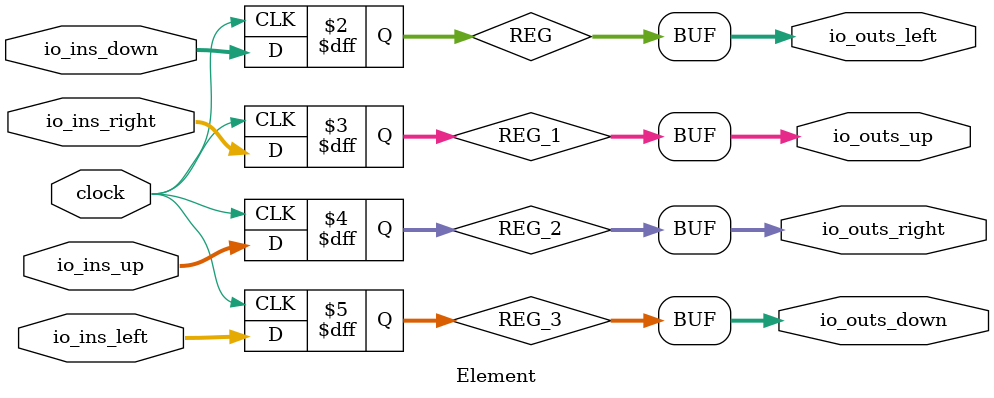
<source format=v>
module Element(
  input        clock,
  input  [7:0] io_ins_down, // @[src/test/scala/MockArray.scala 54:9]
  input  [7:0] io_ins_right, // @[src/test/scala/MockArray.scala 54:9]
  input  [7:0] io_ins_up, // @[src/test/scala/MockArray.scala 54:9]
  input  [7:0] io_ins_left, // @[src/test/scala/MockArray.scala 54:9]
  output [7:0] io_outs_down, // @[src/test/scala/MockArray.scala 54:9]
  output [7:0] io_outs_right, // @[src/test/scala/MockArray.scala 54:9]
  output [7:0] io_outs_up, // @[src/test/scala/MockArray.scala 54:9]
  output [7:0] io_outs_left // @[src/test/scala/MockArray.scala 54:9]
);
`ifdef RANDOMIZE_REG_INIT
  reg [31:0] _RAND_0;
  reg [31:0] _RAND_1;
  reg [31:0] _RAND_2;
  reg [31:0] _RAND_3;
`endif // RANDOMIZE_REG_INIT
  reg [7:0] REG; // @[src/test/scala/MockArray.scala 61:56]
  reg [7:0] REG_1; // @[src/test/scala/MockArray.scala 61:56]
  reg [7:0] REG_2; // @[src/test/scala/MockArray.scala 61:56]
  reg [7:0] REG_3; // @[src/test/scala/MockArray.scala 61:56]
  assign io_outs_down = REG_3; // @[src/test/scala/MockArray.scala 61:87]
  assign io_outs_right = REG_2; // @[src/test/scala/MockArray.scala 61:87]
  assign io_outs_up = REG_1; // @[src/test/scala/MockArray.scala 61:87]
  assign io_outs_left = REG; // @[src/test/scala/MockArray.scala 61:87]
  always @(posedge clock) begin
    REG <= io_ins_down; // @[src/test/scala/MockArray.scala 61:56]
    REG_1 <= io_ins_right; // @[src/test/scala/MockArray.scala 61:56]
    REG_2 <= io_ins_up; // @[src/test/scala/MockArray.scala 61:56]
    REG_3 <= io_ins_left; // @[src/test/scala/MockArray.scala 61:56]
  end
// Register and memory initialization
`ifdef RANDOMIZE_GARBAGE_ASSIGN
`define RANDOMIZE
`endif
`ifdef RANDOMIZE_INVALID_ASSIGN
`define RANDOMIZE
`endif
`ifdef RANDOMIZE_REG_INIT
`define RANDOMIZE
`endif
`ifdef RANDOMIZE_MEM_INIT
`define RANDOMIZE
`endif
`ifndef RANDOM
`define RANDOM $random
`endif
`ifdef RANDOMIZE_MEM_INIT
  integer initvar;
`endif
`ifndef SYNTHESIS
`ifdef FIRRTL_BEFORE_INITIAL
`FIRRTL_BEFORE_INITIAL
`endif
initial begin
  `ifdef RANDOMIZE
    `ifdef INIT_RANDOM
      `INIT_RANDOM
    `endif
    `ifndef VERILATOR
      `ifdef RANDOMIZE_DELAY
        #`RANDOMIZE_DELAY begin end
      `else
        #0.002 begin end
      `endif
    `endif
`ifdef RANDOMIZE_REG_INIT
  _RAND_0 = {1{`RANDOM}};
  REG = _RAND_0[7:0];
  _RAND_1 = {1{`RANDOM}};
  REG_1 = _RAND_1[7:0];
  _RAND_2 = {1{`RANDOM}};
  REG_2 = _RAND_2[7:0];
  _RAND_3 = {1{`RANDOM}};
  REG_3 = _RAND_3[7:0];
`endif // RANDOMIZE_REG_INIT
  `endif // RANDOMIZE
end // initial
`ifdef FIRRTL_AFTER_INITIAL
`FIRRTL_AFTER_INITIAL
`endif
`endif // SYNTHESIS
endmodule

</source>
